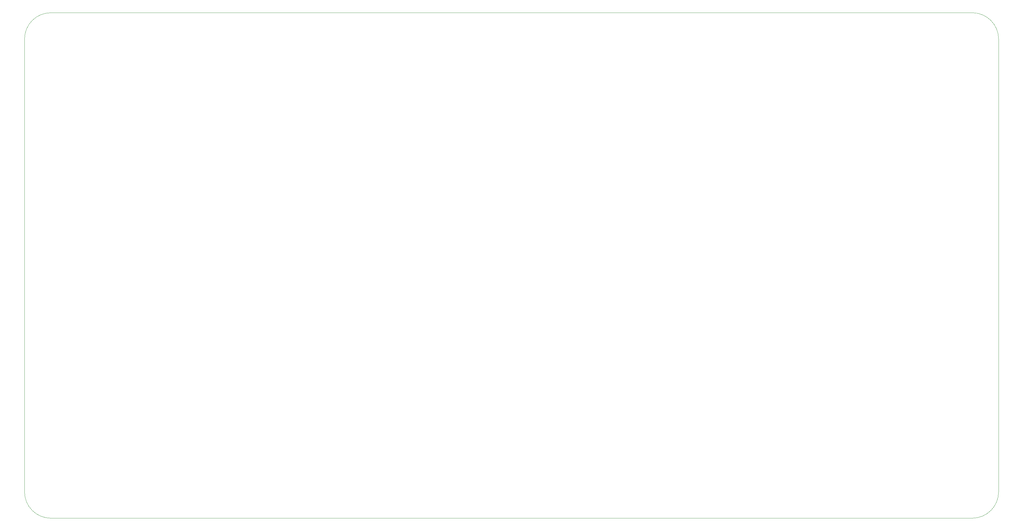
<source format=gm1>
%TF.GenerationSoftware,KiCad,Pcbnew,(6.0.8)*%
%TF.CreationDate,2023-05-29T22:58:42+07:00*%
%TF.ProjectId,hitmixbox002,6869746d-6978-4626-9f78-3030322e6b69,rev?*%
%TF.SameCoordinates,Original*%
%TF.FileFunction,Profile,NP*%
%FSLAX46Y46*%
G04 Gerber Fmt 4.6, Leading zero omitted, Abs format (unit mm)*
G04 Created by KiCad (PCBNEW (6.0.8)) date 2023-05-29 22:58:42*
%MOMM*%
%LPD*%
G01*
G04 APERTURE LIST*
%TA.AperFunction,Profile*%
%ADD10C,0.100000*%
%TD*%
G04 APERTURE END LIST*
D10*
X70643750Y-221456250D02*
X348456250Y-221456250D01*
X356393750Y-213518750D02*
X356393750Y-76993750D01*
X348456250Y-221456250D02*
G75*
G03*
X356393750Y-213518750I-50J7937550D01*
G01*
X348456250Y-69056250D02*
X70643750Y-69056250D01*
X356393750Y-76993750D02*
G75*
G03*
X348456250Y-69056250I-7937550J-50D01*
G01*
X62706250Y-76993750D02*
X62706250Y-213518750D01*
X70643750Y-69056250D02*
G75*
G03*
X62706250Y-76993750I0J-7937500D01*
G01*
X62706250Y-213518750D02*
G75*
G03*
X70643750Y-221456250I7937500J0D01*
G01*
M02*

</source>
